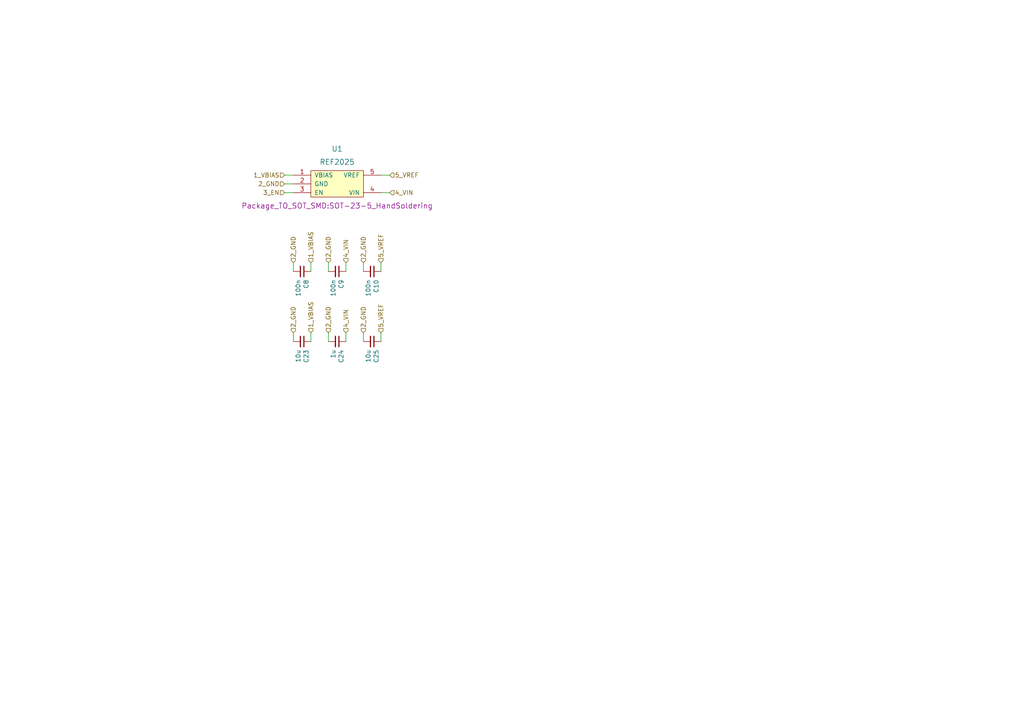
<source format=kicad_sch>
(kicad_sch (version 20230121) (generator eeschema)
  (paper "A4")
  (lib_symbols
    (symbol "FreeEEG32-ads131-rescue:C_Small-Device" (pin_numbers hide) (pin_names (offset 0.254) hide)
      (property "Reference" "C" (at 0.254 1.778 0))
      (property "Value" "C_Small-Device" (at 0.254 -2.032 0))
      (symbol "C_Small-Device_0_1"
        (polyline (pts (xy -1.524 -0.508) (xy 1.524 -0.508)) (stroke (width 0.3302)))
        (polyline (pts (xy -1.524 0.508) (xy 1.524 0.508)) (stroke (width 0.3048)))
      )
      (symbol "C_Small-Device_1_1"
        (pin passive line (at 0 2.54 270) (length 2.032) (name "~") (number "1"))
        (pin passive line (at 0 -2.54 90) (length 2.032) (name "~") (number "2"))
      )
    )
    (symbol "REF2025_2" (pin_names (offset 1.016))
      (property "Reference" "U?" (at 0 10.16 0))
      (property "Value" "REF2025_2" (at 0 6.35 0))
      (symbol "REF2025_2_0_1"
        (rectangle (start -7.62 3.81) (end 7.62 -3.81) (fill (type background)))
      )
      (symbol "REF2025_2_1_1"
        (pin output line (at -12.7 2.54 0) (length 5.08) (name "VBIAS") (number "1"))
        (pin input line (at -12.7 0 0) (length 5.08) (name "GND") (number "2"))
        (pin input line (at -12.7 -2.54 0) (length 5.08) (name "EN") (number "3"))
        (pin input line (at 12.7 -2.54 180) (length 5.08) (name "VIN") (number "4"))
        (pin output line (at 12.7 2.54 180) (length 5.08) (name "VREF") (number "5"))
      )
    )
  )
  (wire (pts (xy 82.55 53.34) (xy 85.09 53.34)))
  (wire (pts (xy 85.09 96.52) (xy 85.09 99.06)))
  (wire (pts (xy 113.03 55.88) (xy 110.49 55.88)))
  (wire (pts (xy 95.25 76.2) (xy 95.25 78.74)))
  (wire (pts (xy 110.49 96.52) (xy 110.49 99.06)))
  (wire (pts (xy 105.41 76.2) (xy 105.41 78.74)))
  (wire (pts (xy 105.41 96.52) (xy 105.41 99.06)))
  (wire (pts (xy 90.17 96.52) (xy 90.17 99.06)))
  (wire (pts (xy 95.25 96.52) (xy 95.25 99.06)))
  (wire (pts (xy 100.33 76.2) (xy 100.33 78.74)))
  (wire (pts (xy 82.55 50.8) (xy 85.09 50.8)))
  (wire (pts (xy 82.55 55.88) (xy 85.09 55.88)))
  (wire (pts (xy 113.03 50.8) (xy 110.49 50.8)))
  (wire (pts (xy 110.49 76.2) (xy 110.49 78.74)))
  (wire (pts (xy 85.09 76.2) (xy 85.09 78.74)))
  (wire (pts (xy 100.33 96.52) (xy 100.33 99.06)))
  (wire (pts (xy 90.17 76.2) (xy 90.17 78.74)))
  (hierarchical_label "5_VREF" (shape input) (at 110.49 76.2 90))
  (hierarchical_label "2_GND" (shape input) (at 82.55 53.34 180))
  (hierarchical_label "2_GND" (shape input) (at 95.25 96.52 90))
  (hierarchical_label "2_GND" (shape input) (at 85.09 76.2 90))
  (hierarchical_label "2_GND" (shape input) (at 105.41 96.52 90))
  (hierarchical_label "2_GND" (shape input) (at 95.25 76.2 90))
  (hierarchical_label "1_VBIAS" (shape input) (at 82.55 50.8 180))
  (hierarchical_label "3_EN" (shape input) (at 82.55 55.88 180))
  (hierarchical_label "4_VIN" (shape input) (at 113.03 55.88 0))
  (hierarchical_label "2_GND" (shape input) (at 105.41 76.2 90))
  (hierarchical_label "2_GND" (shape input) (at 85.09 96.52 90))
  (hierarchical_label "1_VBIAS" (shape input) (at 90.17 96.52 90))
  (hierarchical_label "4_VIN" (shape input) (at 100.33 96.52 90))
  (hierarchical_label "1_VBIAS" (shape input) (at 90.17 76.2 90))
  (hierarchical_label "4_VIN" (shape input) (at 100.33 76.2 90))
  (hierarchical_label "5_VREF" (shape input) (at 110.49 96.52 90))
  (hierarchical_label "5_VREF" (shape input) (at 113.03 50.8 0))
  (symbol (lib_id "FreeEEG32-ads131-rescue:C_Small-Device") (at 97.79 99.06 270) (unit 1)
    (property "Reference" "C24" (at 98.9584 101.3968 0) (effects (justify left)))
    (property "Value" "1u" (at 96.647 101.3968 0) (effects (justify left)))
    (property "Footprint" "Capacitor_SMD:C_0603_1608Metric" (effects hide))
    (property "MNP" "CL05B104KO5NNNC" (effects hide))
  )
  (symbol (lib_id "FreeEEG32-ads131-rescue:C_Small-Device") (at 97.79 78.74 270) (unit 1)
    (property "Reference" "C9" (at 98.9584 81.0768 0) (effects (justify left)))
    (property "Value" "100n" (at 96.647 81.0768 0) (effects (justify left)))
    (property "Footprint" "Capacitor_SMD:C_0402_1005Metric" (effects hide))
    (property "MNP" "CL05B104KO5NNNC" (effects hide))
  )
  (symbol (lib_id "FreeEEG32-ads131-rescue:C_Small-Device") (at 87.63 99.06 270) (unit 1)
    (property "Reference" "C23" (at 88.7984 101.3968 0) (effects (justify left)))
    (property "Value" "10u" (at 86.487 101.3968 0) (effects (justify left)))
    (property "Footprint" "Capacitor_SMD:C_0603_1608Metric" (effects hide))
    (property "MNP" "CL05B104KO5NNNC" (effects hide))
  )
  (symbol (lib_id "FreeEEG32-ads131-rescue:C_Small-Device") (at 107.95 99.06 270) (unit 1)
    (property "Reference" "C25" (at 109.1184 101.3968 0) (effects (justify left)))
    (property "Value" "10u" (at 106.807 101.3968 0) (effects (justify left)))
    (property "Footprint" "Capacitor_SMD:C_0603_1608Metric" (effects hide))
    (property "MNP" "CL05B104KO5NNNC" (effects hide))
  )
  (symbol (lib_id "FreeEEG32-ads131-rescue:C_Small-Device") (at 107.95 78.74 270) (unit 1)
    (property "Reference" "C10" (at 109.1184 81.0768 0) (effects (justify left)))
    (property "Value" "100n" (at 106.807 81.0768 0) (effects (justify left)))
    (property "Footprint" "Capacitor_SMD:C_0402_1005Metric" (effects hide))
    (property "MNP" "CL05B104KO5NNNC" (effects hide))
  )
  (symbol (lib_name "REF2025_2") (lib_id "ads131:REF2025") (at 97.79 53.34 0) (unit 1)
    (property "Reference" "U1" (at 97.79 43.18 0) (effects (font (size 1.524 1.524))))
    (property "Value" "REF2025" (at 97.79 46.99 0) (effects (font (size 1.524 1.524))))
    (property "Footprint" "Package_TO_SOT_SMD:SOT-23-5_HandSoldering" (at 97.79 59.69 0) (effects (font (size 1.524 1.524))))
  )
  (symbol (lib_id "FreeEEG32-ads131-rescue:C_Small-Device") (at 87.63 78.74 270) (unit 1)
    (property "Reference" "C8" (at 88.7984 81.0768 0) (effects (justify left)))
    (property "Value" "100n" (at 86.487 81.0768 0) (effects (justify left)))
    (property "Footprint" "Capacitor_SMD:C_0402_1005Metric" (effects hide))
    (property "MNP" "CL05B104KO5NNNC" (effects hide))
  )
)
</source>
